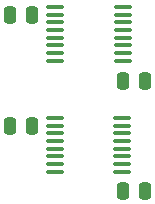
<source format=gbr>
%TF.GenerationSoftware,KiCad,Pcbnew,8.0.3*%
%TF.CreationDate,2024-07-17T18:03:28-06:00*%
%TF.ProjectId,VoiceBoardR4,566f6963-6542-46f6-9172-6452342e6b69,rev?*%
%TF.SameCoordinates,Original*%
%TF.FileFunction,Paste,Bot*%
%TF.FilePolarity,Positive*%
%FSLAX46Y46*%
G04 Gerber Fmt 4.6, Leading zero omitted, Abs format (unit mm)*
G04 Created by KiCad (PCBNEW 8.0.3) date 2024-07-17 18:03:28*
%MOMM*%
%LPD*%
G01*
G04 APERTURE LIST*
G04 Aperture macros list*
%AMRoundRect*
0 Rectangle with rounded corners*
0 $1 Rounding radius*
0 $2 $3 $4 $5 $6 $7 $8 $9 X,Y pos of 4 corners*
0 Add a 4 corners polygon primitive as box body*
4,1,4,$2,$3,$4,$5,$6,$7,$8,$9,$2,$3,0*
0 Add four circle primitives for the rounded corners*
1,1,$1+$1,$2,$3*
1,1,$1+$1,$4,$5*
1,1,$1+$1,$6,$7*
1,1,$1+$1,$8,$9*
0 Add four rect primitives between the rounded corners*
20,1,$1+$1,$2,$3,$4,$5,0*
20,1,$1+$1,$4,$5,$6,$7,0*
20,1,$1+$1,$6,$7,$8,$9,0*
20,1,$1+$1,$8,$9,$2,$3,0*%
G04 Aperture macros list end*
%ADD10RoundRect,0.100000X-0.637500X-0.100000X0.637500X-0.100000X0.637500X0.100000X-0.637500X0.100000X0*%
%ADD11RoundRect,0.250000X0.250000X0.475000X-0.250000X0.475000X-0.250000X-0.475000X0.250000X-0.475000X0*%
%ADD12RoundRect,0.250000X-0.250000X-0.475000X0.250000X-0.475000X0.250000X0.475000X-0.250000X0.475000X0*%
G04 APERTURE END LIST*
D10*
%TO.C,U101*%
X68662500Y-9925000D03*
X68662500Y-9275000D03*
X68662500Y-8625000D03*
X68662500Y-7975000D03*
X68662500Y-7325000D03*
X68662500Y-6675000D03*
X68662500Y-6025000D03*
X68662500Y-5375000D03*
X74387500Y-5375000D03*
X74387500Y-6025000D03*
X74387500Y-6675000D03*
X74387500Y-7325000D03*
X74387500Y-7975000D03*
X74387500Y-8625000D03*
X74387500Y-9275000D03*
X74387500Y-9925000D03*
%TD*%
D11*
%TO.C,C103*%
X66725000Y-15425000D03*
X64825000Y-15425000D03*
%TD*%
%TO.C,C101*%
X66712499Y-6025000D03*
X64812499Y-6025000D03*
%TD*%
D12*
%TO.C,C102*%
X74412500Y-11625000D03*
X76312498Y-11625000D03*
%TD*%
D10*
%TO.C,U102*%
X68637500Y-19325000D03*
X68637500Y-18675000D03*
X68637500Y-18025000D03*
X68637500Y-17375000D03*
X68637500Y-16725000D03*
X68637500Y-16075000D03*
X68637500Y-15425000D03*
X68637500Y-14775000D03*
X74362500Y-14775000D03*
X74362500Y-15425000D03*
X74362500Y-16075000D03*
X74362500Y-16725000D03*
X74362500Y-17375000D03*
X74362500Y-18025000D03*
X74362500Y-18675000D03*
X74362500Y-19325000D03*
%TD*%
D12*
%TO.C,C104*%
X74375001Y-20925000D03*
X76274999Y-20925000D03*
%TD*%
M02*

</source>
